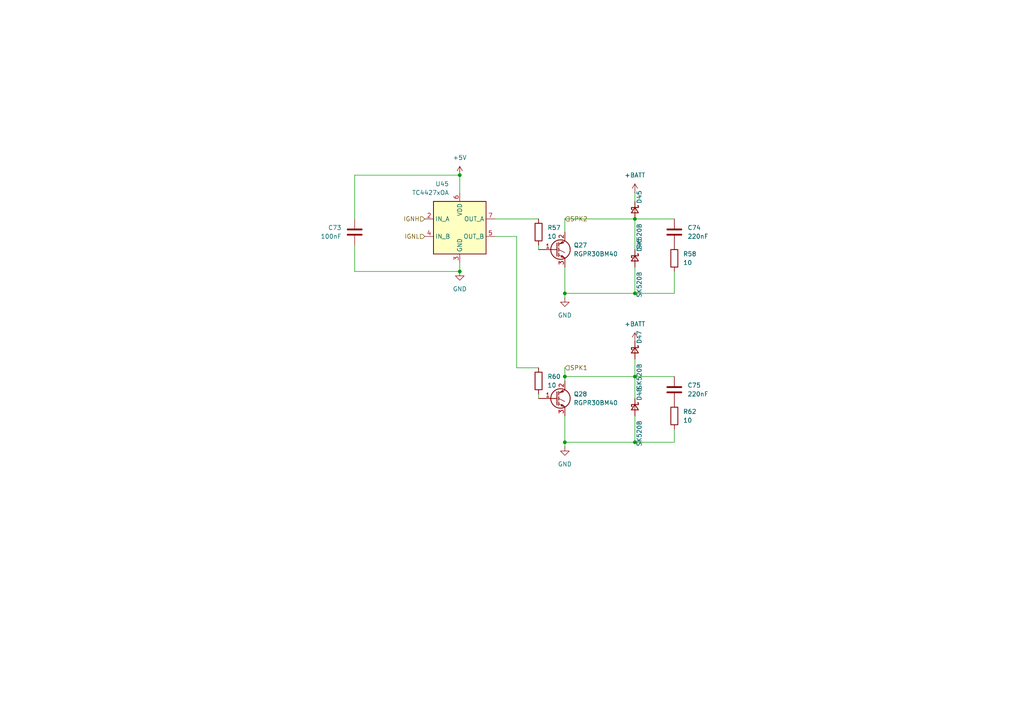
<source format=kicad_sch>
(kicad_sch (version 20250114) (generator "eeschema") (generator_version "9.0")
  (paper "A4")
  (lib_symbols
    (symbol "Device:C" (pin_numbers (hide yes)) (pin_names (offset 0.254))
      (property "Reference" "C" (at 0.635 2.54 0))
      (property "Value" "C" (at 0.635 -2.54 0))
      (symbol "C_0_1"
        (polyline (pts (xy -2.032 0.762) (xy 2.032 0.762)) (stroke (width 0.508)))
        (polyline (pts (xy -2.032 -0.762) (xy 2.032 -0.762)) (stroke (width 0.508)))
      )
      (symbol "C_1_1"
        (pin passive line (at 0 3.81 270) (length 2.794) (name "~") (number "1"))
        (pin passive line (at 0 -3.81 90) (length 2.794) (name "~") (number "2"))
      )
    )
    (symbol "Device:D_Schottky_Small" (pin_numbers (hide yes)) (pin_names (offset 0.254) (hide yes))
      (property "Reference" "D" (at -1.27 2.032 0))
      (property "Value" "D_Schottky_Small" (at -7.112 -2.032 0))
      (symbol "D_Schottky_Small_0_1"
        (polyline (pts (xy -1.27 0.762) (xy -1.27 1.016) (xy -0.762 1.016) (xy -0.762 -1.016) (xy -0.254 -1.016) (xy -0.254 -0.762)) (stroke (width 0.254)))
        (polyline (pts (xy -0.762 0) (xy 0.762 0)))
        (polyline (pts (xy 0.762 -1.016) (xy -0.762 0) (xy 0.762 1.016) (xy 0.762 -1.016)) (stroke (width 0.254)))
      )
      (symbol "D_Schottky_Small_1_1"
        (pin passive line (at -2.54 0 0) (length 1.778) (name "K") (number "1"))
        (pin passive line (at 2.54 0 180) (length 1.778) (name "A") (number "2"))
      )
    )
    (symbol "Device:Q_NIGBT_GCE" (pin_names (offset 0) (hide yes))
      (property "Reference" "Q" (at 5.08 1.27 0))
      (property "Value" "Q_NIGBT_GCE" (at 5.08 -1.27 0))
      (symbol "Q_NIGBT_GCE_0_1"
        (polyline (pts (xy 0.254 1.905) (xy 0.254 -1.905) (xy 0.254 -1.905)) (stroke (width 0.254)))
        (polyline (pts (xy 0.762 2.032) (xy 0.762 1.016)) (stroke (width 0.254)))
        (polyline (pts (xy 0.762 0.508) (xy 0.762 -0.508)) (stroke (width 0.254)))
        (polyline (pts (xy 0.762 -1.016) (xy 0.762 -2.032)) (stroke (width 0.254)))
        (circle (center 1.27 0) (radius 2.8194) (stroke (width 0.254)))
        (polyline (pts (xy 1.397 -2.159) (xy 1.651 -1.651) (xy 2.54 -2.413) (xy 1.397 -2.159)) (fill (type outline)))
        (polyline (pts (xy 2.159 1.905) (xy 1.905 2.413) (xy 1.016 1.651) (xy 2.159 1.905)) (fill (type outline)))
        (polyline (pts (xy 2.54 2.413) (xy 0.762 1.524)))
        (polyline (pts (xy 2.54 -0.889) (xy 0.762 0)))
        (polyline (pts (xy 2.54 -2.413) (xy 0.762 -1.524)))
      )
      (symbol "Q_NIGBT_GCE_1_1"
        (pin input line (at -5.08 0 0) (length 5.334) (name "G") (number "1"))
        (pin passive line (at 2.54 5.08 270) (length 2.54) (name "C") (number "2"))
        (pin passive line (at 2.54 -5.08 90) (length 2.54) (name "E") (number "3"))
      )
    )
    (symbol "Device:R" (pin_numbers (hide yes)) (pin_names (offset 0))
      (property "Reference" "R" (at 2.032 0 90))
      (property "Value" "R" (at 0 0 90))
      (symbol "R_0_1"
        (rectangle (start -1.016 -2.54) (end 1.016 2.54) (stroke (width 0.254)))
      )
      (symbol "R_1_1"
        (pin passive line (at 0 3.81 270) (length 1.27) (name "~") (number "1"))
        (pin passive line (at 0 -3.81 90) (length 1.27) (name "~") (number "2"))
      )
    )
    (symbol "Driver_FET:TC4427xOA"
      (property "Reference" "U" (at -7.62 8.89 0))
      (property "Value" "TC4427xOA" (at 1.27 8.89 0))
      (symbol "TC4427xOA_0_1"
        (rectangle (start -7.62 -7.62) (end 7.62 7.62) (stroke (width 0.254)) (fill (type background)))
      )
      (symbol "TC4427xOA_1_1"
        (pin input line (at -10.16 2.54 0) (length 2.54) (name "IN_A") (number "2"))
        (pin input line (at -10.16 -2.54 0) (length 2.54) (name "IN_B") (number "4"))
        (pin no_connect line (at -7.62 0 0) (length 2.54) (hide yes) (name "NC") (number "1"))
        (pin power_in line (at 0 10.16 270) (length 2.54) (name "VDD") (number "6"))
        (pin power_in line (at 0 -10.16 90) (length 2.54) (name "GND") (number "3"))
        (pin no_connect line (at 7.62 0 180) (length 2.54) (hide yes) (name "NC") (number "8"))
        (pin output line (at 10.16 2.54 180) (length 2.54) (name "OUT_A") (number "7"))
        (pin output line (at 10.16 -2.54 180) (length 2.54) (name "OUT_B") (number "5"))
      )
    )
    (symbol "power:+5V" (power) (pin_numbers (hide yes)) (pin_names (offset 0) (hide yes))
      (property "Value" "+5V" (at 0 3.556 0))
      (symbol "+5V_0_1"
        (polyline (pts (xy -0.762 1.27) (xy 0 2.54)))
        (polyline (pts (xy 0 2.54) (xy 0.762 1.27)))
        (polyline (pts (xy 0 0) (xy 0 2.54)))
      )
      (symbol "+5V_1_1"
        (pin power_in line (at 0 0 90) (length 0) (name "~") (number "1"))
      )
    )
    (symbol "power:+BATT" (power) (pin_numbers (hide yes)) (pin_names (offset 0) (hide yes))
      (property "Value" "+BATT" (at 0 3.556 0))
      (symbol "+BATT_0_1"
        (polyline (pts (xy -0.762 1.27) (xy 0 2.54)))
        (polyline (pts (xy 0 2.54) (xy 0.762 1.27)))
        (polyline (pts (xy 0 0) (xy 0 2.54)))
      )
      (symbol "+BATT_1_1"
        (pin power_in line (at 0 0 90) (length 0) (name "~") (number "1"))
      )
    )
    (symbol "power:GND" (power) (pin_numbers (hide yes)) (pin_names (offset 0) (hide yes))
      (property "Value" "GND" (at 0 -3.81 0))
      (symbol "GND_0_1"
        (polyline (pts (xy 0 0) (xy 0 -1.27) (xy 1.27 -1.27) (xy 0 -2.54) (xy -1.27 -1.27) (xy 0 -1.27)))
      )
      (symbol "GND_1_1"
        (pin power_in line (at 0 0 270) (length 0) (name "~") (number "1"))
      )
    )
  )
  (junction (at 133.35 78.74))
  (junction (at 163.83 128.27))
  (junction (at 163.83 109.22))
  (junction (at 163.83 85.09))
  (junction (at 184.15 85.09))
  (junction (at 184.15 109.22))
  (junction (at 133.35 50.8))
  (junction (at 184.15 128.27))
  (junction (at 184.15 63.5))
  (wire (pts (xy 184.15 109.22) (xy 184.15 115.57)))
  (wire (pts (xy 133.35 78.74) (xy 133.35 76.2)))
  (wire (pts (xy 149.86 68.58) (xy 149.86 106.68)))
  (wire (pts (xy 163.83 63.5) (xy 163.83 67.31)))
  (wire (pts (xy 163.83 85.09) (xy 163.83 86.36)))
  (wire (pts (xy 102.87 71.12) (xy 102.87 78.74)))
  (wire (pts (xy 149.86 106.68) (xy 156.21 106.68)))
  (wire (pts (xy 102.87 78.74) (xy 133.35 78.74)))
  (wire (pts (xy 195.58 124.46) (xy 195.58 128.27)))
  (wire (pts (xy 184.15 85.09) (xy 163.83 85.09)))
  (wire (pts (xy 195.58 128.27) (xy 184.15 128.27)))
  (wire (pts (xy 184.15 109.22) (xy 163.83 109.22)))
  (wire (pts (xy 102.87 63.5) (xy 102.87 50.8)))
  (wire (pts (xy 184.15 120.65) (xy 184.15 128.27)))
  (wire (pts (xy 143.51 68.58) (xy 149.86 68.58)))
  (wire (pts (xy 163.83 109.22) (xy 163.83 110.49)))
  (wire (pts (xy 163.83 77.47) (xy 163.83 85.09)))
  (wire (pts (xy 184.15 63.5) (xy 184.15 72.39)))
  (wire (pts (xy 102.87 50.8) (xy 133.35 50.8)))
  (wire (pts (xy 184.15 63.5) (xy 195.58 63.5)))
  (wire (pts (xy 163.83 128.27) (xy 163.83 129.54)))
  (wire (pts (xy 184.15 109.22) (xy 195.58 109.22)))
  (wire (pts (xy 184.15 77.47) (xy 184.15 85.09)))
  (wire (pts (xy 163.83 63.5) (xy 184.15 63.5)))
  (wire (pts (xy 195.58 85.09) (xy 184.15 85.09)))
  (wire (pts (xy 156.21 114.3) (xy 156.21 115.57)))
  (wire (pts (xy 184.15 58.42) (xy 184.15 55.88)))
  (wire (pts (xy 133.35 50.8) (xy 133.35 55.88)))
  (wire (pts (xy 195.58 78.74) (xy 195.58 85.09)))
  (wire (pts (xy 163.83 106.68) (xy 163.83 109.22)))
  (wire (pts (xy 156.21 71.12) (xy 156.21 72.39)))
  (wire (pts (xy 143.51 63.5) (xy 156.21 63.5)))
  (wire (pts (xy 163.83 120.65) (xy 163.83 128.27)))
  (wire (pts (xy 184.15 128.27) (xy 163.83 128.27)))
  (wire (pts (xy 184.15 104.14) (xy 184.15 109.22)))
  (hierarchical_label "IGNH" (shape input) (at 123.19 63.5 180))
  (hierarchical_label "IGNL" (shape input) (at 123.19 68.58 180))
  (hierarchical_label "SPK2" (shape input) (at 163.83 63.5 0))
  (hierarchical_label "SPK1" (shape input) (at 163.83 106.68 0))
  (symbol (lib_id "Device:C") (at 102.87 67.31 0) (mirror y) (unit 1)
    (property "Reference" "C61" (at 99.06 66.0399 0) (effects (justify left)))
    (property "Value" "100nF" (at 99.06 68.5799 0) (effects (justify left)))
    (property "Footprint" "Capacitor_SMD:C_0402_1005Metric" (effects (hide yes)))
    (property "Description" "Unpolarized capacitor" (effects (hide yes)))
    (instances (project "RT_STACK" (path "" (reference "C73") (unit 1)) (path "" (reference "C67") (unit 1)) (path "" (reference "C70") (unit 1)) (path "" (reference "C64") (unit 1)) (path "" (reference "C61") (unit 1)) (path "" (reference "C76") (unit 1))))
  )
  (symbol (lib_id "power:GND") (at 163.83 86.36 0) (unit 1)
    (property "Reference" "#PWR0218" (effects (hide yes)))
    (property "Value" "GND" (at 163.83 91.44 0))
    (property "Description" "Power symbol creates a global label with name \"GND\" , ground" (effects (hide yes)))
    (instances (project "RT_STACK" (path "" (reference "#PWR0242") (unit 1)) (path "" (reference "#PWR0230") (unit 1)) (path "" (reference "#PWR0236") (unit 1)) (path "" (reference "#PWR0224") (unit 1)) (path "" (reference "#PWR0218") (unit 1)) (path "" (reference "#PWR0248") (unit 1))))
  )
  (symbol (lib_id "Device:Q_NIGBT_GCE") (at 161.29 115.57 0) (unit 1)
    (property "Reference" "Q20" (at 166.37 114.2999 0) (effects (justify left)))
    (property "Value" "RGPR30BM40" (at 166.37 116.8399 0) (effects (justify left)))
    (property "Footprint" "Package_TO_SOT_SMD:TO-252-2" (effects (hide yes)))
    (property "Description" "N-IGBT transistor, gate/collector/emitter" (effects (hide yes)))
    (instances (project "RT_STACK" (path "" (reference "Q28") (unit 1)) (path "" (reference "Q24") (unit 1)) (path "" (reference "Q26") (unit 1)) (path "" (reference "Q22") (unit 1)) (path "" (reference "Q20") (unit 1)) (path "" (reference "Q30") (unit 1))))
  )
  (symbol (lib_id "Driver_FET:TC4427xOA") (at 133.35 66.04 0) (unit 1)
    (property "Reference" "U41" (at 130.2319 53.34 0) (effects (justify right)))
    (property "Value" "TC4427xOA" (at 130.2319 55.88 0) (effects (justify right)))
    (property "Footprint" "Package_SO:SOIC-8_3.9x4.9mm_P1.27mm" (effects (hide yes)))
    (property "Datasheet" "https://ww1.microchip.com/downloads/en/DeviceDoc/20001422G.pdf" (effects (hide yes)))
    (property "Description" "1.5A Dual High-Speed Power MOSFET Drivers, 4.5...18V supply, TTL/CMOS compatible inputs, non-inverting drivers, SOIC-8" (effects (hide yes)))
    (property "JLC" "C640788" (effects (hide yes)))
    (instances (project "RT_STACK" (path "" (reference "U45") (unit 1)) (path "" (reference "U43") (unit 1)) (path "" (reference "U44") (unit 1)) (path "" (reference "U42") (unit 1)) (path "" (reference "U41") (unit 1)) (path "" (reference "U46") (unit 1))))
  )
  (symbol (lib_id "Device:D_Schottky_Small") (at 184.15 74.93 270) (unit 1)
    (property "Reference" "D30" (at 185.42 71.12 0))
    (property "Value" "SK520B" (at 185.42 82.55 0))
    (property "Footprint" "Diode_SMD:D_SMB" (effects (hide yes)))
    (property "LCSC" "C139681" (effects (hide yes)))
    (instances (project "RT_STACK" (path "" (reference "D46") (unit 1)) (path "" (reference "D38") (unit 1)) (path "" (reference "D42") (unit 1)) (path "" (reference "D34") (unit 1)) (path "" (reference "D30") (unit 1)) (path "" (reference "D50") (unit 1))))
  )
  (symbol (lib_id "Device:R") (at 156.21 110.49 180) (unit 1)
    (property "Reference" "R36" (at 158.75 109.2199 0) (effects (justify right)))
    (property "Value" "10" (at 158.75 111.7599 0) (effects (justify right)))
    (property "Footprint" "Resistor_SMD:R_0402_1005Metric" (effects (hide yes)))
    (property "Description" "Resistor" (effects (hide yes)))
    (instances (project "RT_STACK" (path "" (reference "R60") (unit 1)) (path "" (reference "R48") (unit 1)) (path "" (reference "R54") (unit 1)) (path "" (reference "R42") (unit 1)) (path "" (reference "R36") (unit 1)) (path "" (reference "R66") (unit 1))))
  )
  (symbol (lib_id "Device:C") (at 195.58 67.31 0) (unit 1)
    (property "Reference" "C62" (at 199.39 66.0399 0) (effects (justify left)))
    (property "Value" "220nF" (at 199.39 68.5799 0) (effects (justify left)))
    (property "Footprint" "Capacitor_SMD:C_0402_1005Metric" (effects (hide yes)))
    (property "Description" "Unpolarized capacitor" (effects (hide yes)))
    (instances (project "RT_STACK" (path "" (reference "C74") (unit 1)) (path "" (reference "C68") (unit 1)) (path "" (reference "C71") (unit 1)) (path "" (reference "C65") (unit 1)) (path "" (reference "C62") (unit 1)) (path "" (reference "C77") (unit 1))))
  )
  (symbol (lib_id "power:GND") (at 133.35 78.74 0) (unit 1)
    (property "Reference" "#PWR0217" (effects (hide yes)))
    (property "Value" "GND" (at 133.35 83.82 0))
    (property "Description" "Power symbol creates a global label with name \"GND\" , ground" (effects (hide yes)))
    (instances (project "RT_STACK" (path "" (reference "#PWR0241") (unit 1)) (path "" (reference "#PWR0229") (unit 1)) (path "" (reference "#PWR0235") (unit 1)) (path "" (reference "#PWR0223") (unit 1)) (path "" (reference "#PWR0217") (unit 1)) (path "" (reference "#PWR0247") (unit 1))))
  )
  (symbol (lib_id "power:+BATT") (at 184.15 99.06 0) (unit 1)
    (property "Reference" "#PWR0219" (effects (hide yes)))
    (property "Value" "+BATT" (at 184.15 93.98 0))
    (property "Description" "Power symbol creates a global label with name \"+BATT\"" (effects (hide yes)))
    (instances (project "RT_STACK" (path "" (reference "#PWR0243") (unit 1)) (path "" (reference "#PWR0231") (unit 1)) (path "" (reference "#PWR0237") (unit 1)) (path "" (reference "#PWR0225") (unit 1)) (path "" (reference "#PWR0219") (unit 1)) (path "" (reference "#PWR0249") (unit 1))))
  )
  (symbol (lib_id "power:GND") (at 163.83 129.54 0) (unit 1)
    (property "Reference" "#PWR0220" (effects (hide yes)))
    (property "Value" "GND" (at 163.83 134.62 0))
    (property "Description" "Power symbol creates a global label with name \"GND\" , ground" (effects (hide yes)))
    (instances (project "RT_STACK" (path "" (reference "#PWR0244") (unit 1)) (path "" (reference "#PWR0232") (unit 1)) (path "" (reference "#PWR0238") (unit 1)) (path "" (reference "#PWR0226") (unit 1)) (path "" (reference "#PWR0220") (unit 1)) (path "" (reference "#PWR0250") (unit 1))))
  )
  (symbol (lib_id "Device:D_Schottky_Small") (at 184.15 60.96 270) (unit 1)
    (property "Reference" "D29" (at 185.42 57.15 0))
    (property "Value" "SK520B" (at 185.42 68.58 0))
    (property "Footprint" "Diode_SMD:D_SMB" (effects (hide yes)))
    (property "LCSC" "C139681" (effects (hide yes)))
    (instances (project "RT_STACK" (path "" (reference "D45") (unit 1)) (path "" (reference "D37") (unit 1)) (path "" (reference "D41") (unit 1)) (path "" (reference "D33") (unit 1)) (path "" (reference "D29") (unit 1)) (path "" (reference "D49") (unit 1))))
  )
  (symbol (lib_id "Device:R") (at 195.58 120.65 180) (unit 1)
    (property "Reference" "R38" (at 198.12 119.3799 0) (effects (justify right)))
    (property "Value" "10" (at 198.12 121.9199 0) (effects (justify right)))
    (property "Footprint" "Resistor_SMD:R_0402_1005Metric" (effects (hide yes)))
    (property "Description" "Resistor" (effects (hide yes)))
    (instances (project "RT_STACK" (path "" (reference "R62") (unit 1)) (path "" (reference "R50") (unit 1)) (path "" (reference "R56") (unit 1)) (path "" (reference "R44") (unit 1)) (path "" (reference "R38") (unit 1)) (path "" (reference "R68") (unit 1))))
  )
  (symbol (lib_id "Device:R") (at 195.58 74.93 180) (unit 1)
    (property "Reference" "R34" (at 198.12 73.6599 0) (effects (justify right)))
    (property "Value" "10" (at 198.12 76.1999 0) (effects (justify right)))
    (property "Footprint" "Resistor_SMD:R_0402_1005Metric" (effects (hide yes)))
    (property "Description" "Resistor" (effects (hide yes)))
    (instances (project "RT_STACK" (path "" (reference "R58") (unit 1)) (path "" (reference "R46") (unit 1)) (path "" (reference "R52") (unit 1)) (path "" (reference "R40") (unit 1)) (path "" (reference "R34") (unit 1)) (path "" (reference "R64") (unit 1))))
  )
  (symbol (lib_id "Device:C") (at 195.58 113.03 0) (unit 1)
    (property "Reference" "C63" (at 199.39 111.7599 0) (effects (justify left)))
    (property "Value" "220nF" (at 199.39 114.2999 0) (effects (justify left)))
    (property "Footprint" "Capacitor_SMD:C_0402_1005Metric" (effects (hide yes)))
    (property "Description" "Unpolarized capacitor" (effects (hide yes)))
    (instances (project "RT_STACK" (path "" (reference "C75") (unit 1)) (path "" (reference "C69") (unit 1)) (path "" (reference "C72") (unit 1)) (path "" (reference "C66") (unit 1)) (path "" (reference "C63") (unit 1)) (path "" (reference "C78") (unit 1))))
  )
  (symbol (lib_id "Device:D_Schottky_Small") (at 184.15 118.11 270) (unit 1)
    (property "Reference" "D32" (at 185.42 114.3 0))
    (property "Value" "SK520B" (at 185.42 125.73 0))
    (property "Footprint" "Diode_SMD:D_SMB" (effects (hide yes)))
    (property "LCSC" "C139681" (effects (hide yes)))
    (instances (project "RT_STACK" (path "" (reference "D48") (unit 1)) (path "" (reference "D40") (unit 1)) (path "" (reference "D44") (unit 1)) (path "" (reference "D36") (unit 1)) (path "" (reference "D32") (unit 1)) (path "" (reference "D52") (unit 1))))
  )
  (symbol (lib_id "power:+BATT") (at 184.15 55.88 0) (unit 1)
    (property "Reference" "#PWR0216" (effects (hide yes)))
    (property "Value" "+BATT" (at 184.15 50.8 0))
    (property "Description" "Power symbol creates a global label with name \"+BATT\"" (effects (hide yes)))
    (instances (project "RT_STACK" (path "" (reference "#PWR0240") (unit 1)) (path "" (reference "#PWR0228") (unit 1)) (path "" (reference "#PWR0234") (unit 1)) (path "" (reference "#PWR0222") (unit 1)) (path "" (reference "#PWR0216") (unit 1)) (path "" (reference "#PWR0246") (unit 1))))
  )
  (symbol (lib_id "Device:Q_NIGBT_GCE") (at 161.29 72.39 0) (unit 1)
    (property "Reference" "Q19" (at 166.37 71.1199 0) (effects (justify left)))
    (property "Value" "RGPR30BM40" (at 166.37 73.6599 0) (effects (justify left)))
    (property "Footprint" "Package_TO_SOT_SMD:TO-252-2" (effects (hide yes)))
    (property "Description" "N-IGBT transistor, gate/collector/emitter" (effects (hide yes)))
    (instances (project "RT_STACK" (path "" (reference "Q27") (unit 1)) (path "" (reference "Q23") (unit 1)) (path "" (reference "Q25") (unit 1)) (path "" (reference "Q21") (unit 1)) (path "" (reference "Q19") (unit 1)) (path "" (reference "Q29") (unit 1))))
  )
  (symbol (lib_id "Device:D_Schottky_Small") (at 184.15 101.6 270) (unit 1)
    (property "Reference" "D31" (at 185.42 97.79 0))
    (property "Value" "SK520B" (at 185.42 109.22 0))
    (property "Footprint" "Diode_SMD:D_SMB" (effects (hide yes)))
    (property "LCSC" "C139681" (effects (hide yes)))
    (instances (project "RT_STACK" (path "" (reference "D47") (unit 1)) (path "" (reference "D39") (unit 1)) (path "" (reference "D43") (unit 1)) (path "" (reference "D35") (unit 1)) (path "" (reference "D31") (unit 1)) (path "" (reference "D51") (unit 1))))
  )
  (symbol (lib_id "power:+5V") (at 133.35 50.8 0) (unit 1)
    (property "Reference" "#PWR0453" (effects (hide yes)))
    (property "Value" "+5V" (at 133.35 45.72 0))
    (property "Description" "Power symbol creates a global label with name \"+5V\"" (effects (hide yes)))
    (instances (project "" (path "" (reference "#PWR0457") (unit 1)) (path "" (reference "#PWR0455") (unit 1)) (path "" (reference "#PWR0456") (unit 1)) (path "" (reference "#PWR0454") (unit 1)) (path "" (reference "#PWR0453") (unit 1)) (path "" (reference "#PWR0458") (unit 1))))
  )
  (symbol (lib_id "Device:R") (at 156.21 67.31 180) (unit 1)
    (property "Reference" "R33" (at 158.75 66.0399 0) (effects (justify right)))
    (property "Value" "10" (at 158.75 68.5799 0) (effects (justify right)))
    (property "Footprint" "Resistor_SMD:R_0402_1005Metric" (effects (hide yes)))
    (property "Description" "Resistor" (effects (hide yes)))
    (instances (project "RT_STACK" (path "" (reference "R57") (unit 1)) (path "" (reference "R45") (unit 1)) (path "" (reference "R51") (unit 1)) (path "" (reference "R39") (unit 1)) (path "" (reference "R33") (unit 1)) (path "" (reference "R63") (unit 1))))
  )
)
</source>
